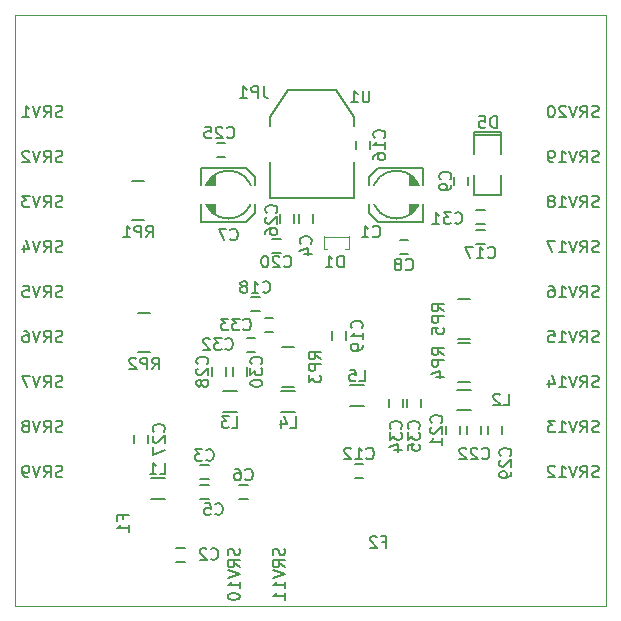
<source format=gbo>
G04 #@! TF.FileFunction,Legend,Bot*
%FSLAX46Y46*%
G04 Gerber Fmt 4.6, Leading zero omitted, Abs format (unit mm)*
G04 Created by KiCad (PCBNEW 4.0.2-stable) date 22/09/2016 0:52:13*
%MOMM*%
G01*
G04 APERTURE LIST*
%ADD10C,0.100000*%
%ADD11C,0.150000*%
%ADD12C,0.080000*%
%ADD13R,2.600960X1.600200*%
%ADD14R,0.800000X0.750000*%
%ADD15R,0.750000X0.800000*%
%ADD16R,1.350000X1.350000*%
%ADD17C,1.350000*%
%ADD18R,2.540000X2.670000*%
%ADD19R,1.270000X0.762000*%
%ADD20R,2.032000X1.524000*%
%ADD21R,1.500000X3.200000*%
%ADD22R,3.200000X1.500000*%
%ADD23R,2.029460X1.651000*%
%ADD24R,1.500000X1.300000*%
%ADD25R,1.727200X2.032000*%
%ADD26O,1.727200X2.032000*%
%ADD27R,2.032000X1.727200*%
%ADD28O,2.032000X1.727200*%
%ADD29R,2.000000X2.600000*%
%ADD30O,2.000000X2.600000*%
%ADD31R,2.235200X2.235200*%
%ADD32C,3.000000*%
%ADD33R,0.800000X0.500000*%
%ADD34R,0.800000X0.400000*%
%ADD35R,3.657600X2.032000*%
%ADD36R,1.016000X2.032000*%
%ADD37C,1.000760*%
%ADD38C,3.200000*%
G04 APERTURE END LIST*
D10*
X0Y50000000D02*
X0Y0D01*
X50000000Y50000000D02*
X0Y50000000D01*
X50000000Y0D02*
X50000000Y50000000D01*
X0Y0D02*
X50000000Y0D01*
D11*
X30607000Y34798000D02*
X31369000Y34798000D01*
X30988000Y35179000D02*
X30988000Y34417000D01*
X30734000Y32512000D02*
X34544000Y32512000D01*
X29972000Y36322000D02*
X29972000Y33274000D01*
X30734000Y32512000D02*
X29972000Y33274000D01*
X30734000Y37084000D02*
X34544000Y37084000D01*
X30734000Y37084000D02*
X29972000Y36322000D01*
X34290000Y34671000D02*
X34290000Y34925000D01*
X34163000Y35433000D02*
X34163000Y34163000D01*
X34036000Y33909000D02*
X34036000Y35687000D01*
X33909000Y33655000D02*
X33909000Y35941000D01*
X33782000Y36068000D02*
X33782000Y33528000D01*
X33655000Y33401000D02*
X33655000Y36195000D01*
X33528000Y36322000D02*
X33528000Y33274000D01*
X33401000Y36449000D02*
X33401000Y33147000D01*
X34544000Y37084000D02*
X34544000Y32512000D01*
X34290000Y34798000D02*
G75*
G03X34290000Y34798000I-2032000J0D01*
G01*
X14320000Y4918000D02*
X13620000Y4918000D01*
X13620000Y3718000D02*
X14320000Y3718000D01*
X16352000Y11903000D02*
X15652000Y11903000D01*
X15652000Y10703000D02*
X16352000Y10703000D01*
X25238000Y32416000D02*
X25238000Y33116000D01*
X24038000Y33116000D02*
X24038000Y32416000D01*
X16352000Y10252000D02*
X15652000Y10252000D01*
X15652000Y9052000D02*
X16352000Y9052000D01*
X18954000Y9052000D02*
X19654000Y9052000D01*
X19654000Y10252000D02*
X18954000Y10252000D01*
X19685000Y34798000D02*
X18923000Y34798000D01*
X19304000Y34417000D02*
X19304000Y35179000D01*
X19558000Y37084000D02*
X15748000Y37084000D01*
X20320000Y33274000D02*
X20320000Y36322000D01*
X19558000Y37084000D02*
X20320000Y36322000D01*
X19558000Y32512000D02*
X15748000Y32512000D01*
X19558000Y32512000D02*
X20320000Y33274000D01*
X16002000Y34925000D02*
X16002000Y34671000D01*
X16129000Y34163000D02*
X16129000Y35433000D01*
X16256000Y35687000D02*
X16256000Y33909000D01*
X16383000Y35941000D02*
X16383000Y33655000D01*
X16510000Y33528000D02*
X16510000Y36068000D01*
X16637000Y36195000D02*
X16637000Y33401000D01*
X16764000Y33274000D02*
X16764000Y36322000D01*
X16891000Y33147000D02*
X16891000Y36449000D01*
X15748000Y32512000D02*
X15748000Y37084000D01*
X20066000Y34798000D02*
G75*
G03X20066000Y34798000I-2032000J0D01*
G01*
X33243000Y30953000D02*
X32543000Y30953000D01*
X32543000Y29753000D02*
X33243000Y29753000D01*
X37119000Y36291000D02*
X37119000Y35591000D01*
X38319000Y35591000D02*
X38319000Y36291000D01*
X29433000Y12030000D02*
X28733000Y12030000D01*
X28733000Y10830000D02*
X29433000Y10830000D01*
X30064000Y38639000D02*
X30064000Y39339000D01*
X28864000Y39339000D02*
X28864000Y38639000D01*
X39020000Y30642000D02*
X39720000Y30642000D01*
X39720000Y31842000D02*
X39020000Y31842000D01*
X20670000Y26127000D02*
X19970000Y26127000D01*
X19970000Y24927000D02*
X20670000Y24927000D01*
X28032000Y22510000D02*
X28032000Y23210000D01*
X26832000Y23210000D02*
X26832000Y22510000D01*
X22448000Y31080000D02*
X21748000Y31080000D01*
X21748000Y29880000D02*
X22448000Y29880000D01*
X36484000Y15209000D02*
X36484000Y14509000D01*
X37684000Y14509000D02*
X37684000Y15209000D01*
X38262000Y15209000D02*
X38262000Y14509000D01*
X39462000Y14509000D02*
X39462000Y15209000D01*
X17749000Y39208000D02*
X17049000Y39208000D01*
X17049000Y38008000D02*
X17749000Y38008000D01*
X23587000Y32416000D02*
X23587000Y33116000D01*
X22387000Y33116000D02*
X22387000Y32416000D01*
X11268000Y13747000D02*
X11268000Y14447000D01*
X10068000Y14447000D02*
X10068000Y13747000D01*
X16672000Y20162000D02*
X16672000Y19462000D01*
X17872000Y19462000D02*
X17872000Y20162000D01*
X40040000Y15209000D02*
X40040000Y14509000D01*
X41240000Y14509000D02*
X41240000Y15209000D01*
X18450000Y20162000D02*
X18450000Y19462000D01*
X19650000Y19462000D02*
X19650000Y20162000D01*
X39020000Y32293000D02*
X39720000Y32293000D01*
X39720000Y33493000D02*
X39020000Y33493000D01*
X20289000Y22698000D02*
X19589000Y22698000D01*
X19589000Y21498000D02*
X20289000Y21498000D01*
X21113000Y23149000D02*
X21813000Y23149000D01*
X21813000Y24349000D02*
X21113000Y24349000D01*
X32858000Y16795000D02*
X32858000Y17495000D01*
X31658000Y17495000D02*
X31658000Y16795000D01*
X34382000Y16795000D02*
X34382000Y17495000D01*
X33182000Y17495000D02*
X33182000Y16795000D01*
D12*
X26098500Y31305500D02*
X26098500Y30226000D01*
X28257500Y31305500D02*
X28257500Y30226000D01*
X28257500Y30226000D02*
X27940000Y30226000D01*
X26098500Y31242000D02*
X28257500Y31242000D01*
X26098500Y30226000D02*
X26416000Y30226000D01*
D11*
X38862000Y39878000D02*
X38862000Y40132000D01*
X38862000Y40132000D02*
X41148000Y40132000D01*
X41148000Y40132000D02*
X41148000Y39878000D01*
X38862000Y39878000D02*
X41148000Y39878000D01*
X41148000Y39878000D02*
X41148000Y38227000D01*
X38862000Y36449000D02*
X38862000Y34798000D01*
X38862000Y34798000D02*
X41148000Y34798000D01*
X41148000Y34798000D02*
X41148000Y36449000D01*
X38862000Y38227000D02*
X38862000Y39878000D01*
X12665000Y10781000D02*
X11465000Y10781000D01*
X11465000Y9031000D02*
X12665000Y9031000D01*
X37373000Y16524000D02*
X38573000Y16524000D01*
X38573000Y18274000D02*
X37373000Y18274000D01*
X17561000Y16397000D02*
X18761000Y16397000D01*
X18761000Y18147000D02*
X17561000Y18147000D01*
X22514000Y16397000D02*
X23714000Y16397000D01*
X23714000Y18147000D02*
X22514000Y18147000D01*
X29556000Y18655000D02*
X28356000Y18655000D01*
X28356000Y16905000D02*
X29556000Y16905000D01*
X10914000Y35965000D02*
X9914000Y35965000D01*
X10914000Y32615000D02*
X9914000Y32615000D01*
X11422000Y24789000D02*
X10422000Y24789000D01*
X11422000Y21439000D02*
X10422000Y21439000D01*
X23614000Y21868000D02*
X22614000Y21868000D01*
X23614000Y18518000D02*
X22614000Y18518000D01*
X37473000Y18899000D02*
X38473000Y18899000D01*
X37473000Y22249000D02*
X38473000Y22249000D01*
X37473000Y22582000D02*
X38473000Y22582000D01*
X37473000Y25932000D02*
X38473000Y25932000D01*
X28702000Y37592000D02*
X28702000Y34544000D01*
X28702000Y34544000D02*
X21590000Y34544000D01*
X21590000Y34544000D02*
X21590000Y37592000D01*
X28702000Y40640000D02*
X28702000Y41402000D01*
X28702000Y41402000D02*
X27178000Y43688000D01*
X27178000Y43688000D02*
X23114000Y43688000D01*
X23114000Y43688000D02*
X21590000Y41402000D01*
X21590000Y41402000D02*
X21590000Y40640000D01*
X30265666Y31265857D02*
X30313285Y31218238D01*
X30456142Y31170619D01*
X30551380Y31170619D01*
X30694238Y31218238D01*
X30789476Y31313476D01*
X30837095Y31408714D01*
X30884714Y31599190D01*
X30884714Y31742048D01*
X30837095Y31932524D01*
X30789476Y32027762D01*
X30694238Y32123000D01*
X30551380Y32170619D01*
X30456142Y32170619D01*
X30313285Y32123000D01*
X30265666Y32075381D01*
X29313285Y31170619D02*
X29884714Y31170619D01*
X29599000Y31170619D02*
X29599000Y32170619D01*
X29694238Y32027762D01*
X29789476Y31932524D01*
X29884714Y31884905D01*
X16549666Y3960857D02*
X16597285Y3913238D01*
X16740142Y3865619D01*
X16835380Y3865619D01*
X16978238Y3913238D01*
X17073476Y4008476D01*
X17121095Y4103714D01*
X17168714Y4294190D01*
X17168714Y4437048D01*
X17121095Y4627524D01*
X17073476Y4722762D01*
X16978238Y4818000D01*
X16835380Y4865619D01*
X16740142Y4865619D01*
X16597285Y4818000D01*
X16549666Y4770381D01*
X16168714Y4770381D02*
X16121095Y4818000D01*
X16025857Y4865619D01*
X15787761Y4865619D01*
X15692523Y4818000D01*
X15644904Y4770381D01*
X15597285Y4675143D01*
X15597285Y4579905D01*
X15644904Y4437048D01*
X16216333Y3865619D01*
X15597285Y3865619D01*
X16168666Y12342857D02*
X16216285Y12295238D01*
X16359142Y12247619D01*
X16454380Y12247619D01*
X16597238Y12295238D01*
X16692476Y12390476D01*
X16740095Y12485714D01*
X16787714Y12676190D01*
X16787714Y12819048D01*
X16740095Y13009524D01*
X16692476Y13104762D01*
X16597238Y13200000D01*
X16454380Y13247619D01*
X16359142Y13247619D01*
X16216285Y13200000D01*
X16168666Y13152381D01*
X15835333Y13247619D02*
X15216285Y13247619D01*
X15549619Y12866667D01*
X15406761Y12866667D01*
X15311523Y12819048D01*
X15263904Y12771429D01*
X15216285Y12676190D01*
X15216285Y12438095D01*
X15263904Y12342857D01*
X15311523Y12295238D01*
X15406761Y12247619D01*
X15692476Y12247619D01*
X15787714Y12295238D01*
X15835333Y12342857D01*
X24995143Y30646666D02*
X25042762Y30694285D01*
X25090381Y30837142D01*
X25090381Y30932380D01*
X25042762Y31075238D01*
X24947524Y31170476D01*
X24852286Y31218095D01*
X24661810Y31265714D01*
X24518952Y31265714D01*
X24328476Y31218095D01*
X24233238Y31170476D01*
X24138000Y31075238D01*
X24090381Y30932380D01*
X24090381Y30837142D01*
X24138000Y30694285D01*
X24185619Y30646666D01*
X24423714Y29789523D02*
X25090381Y29789523D01*
X24042762Y30027619D02*
X24757048Y30265714D01*
X24757048Y29646666D01*
X16930666Y7770857D02*
X16978285Y7723238D01*
X17121142Y7675619D01*
X17216380Y7675619D01*
X17359238Y7723238D01*
X17454476Y7818476D01*
X17502095Y7913714D01*
X17549714Y8104190D01*
X17549714Y8247048D01*
X17502095Y8437524D01*
X17454476Y8532762D01*
X17359238Y8628000D01*
X17216380Y8675619D01*
X17121142Y8675619D01*
X16978285Y8628000D01*
X16930666Y8580381D01*
X16025904Y8675619D02*
X16502095Y8675619D01*
X16549714Y8199429D01*
X16502095Y8247048D01*
X16406857Y8294667D01*
X16168761Y8294667D01*
X16073523Y8247048D01*
X16025904Y8199429D01*
X15978285Y8104190D01*
X15978285Y7866095D01*
X16025904Y7770857D01*
X16073523Y7723238D01*
X16168761Y7675619D01*
X16406857Y7675619D01*
X16502095Y7723238D01*
X16549714Y7770857D01*
X19470666Y10691857D02*
X19518285Y10644238D01*
X19661142Y10596619D01*
X19756380Y10596619D01*
X19899238Y10644238D01*
X19994476Y10739476D01*
X20042095Y10834714D01*
X20089714Y11025190D01*
X20089714Y11168048D01*
X20042095Y11358524D01*
X19994476Y11453762D01*
X19899238Y11549000D01*
X19756380Y11596619D01*
X19661142Y11596619D01*
X19518285Y11549000D01*
X19470666Y11501381D01*
X18613523Y11596619D02*
X18804000Y11596619D01*
X18899238Y11549000D01*
X18946857Y11501381D01*
X19042095Y11358524D01*
X19089714Y11168048D01*
X19089714Y10787095D01*
X19042095Y10691857D01*
X18994476Y10644238D01*
X18899238Y10596619D01*
X18708761Y10596619D01*
X18613523Y10644238D01*
X18565904Y10691857D01*
X18518285Y10787095D01*
X18518285Y11025190D01*
X18565904Y11120429D01*
X18613523Y11168048D01*
X18708761Y11215667D01*
X18899238Y11215667D01*
X18994476Y11168048D01*
X19042095Y11120429D01*
X19089714Y11025190D01*
X18200666Y31011857D02*
X18248285Y30964238D01*
X18391142Y30916619D01*
X18486380Y30916619D01*
X18629238Y30964238D01*
X18724476Y31059476D01*
X18772095Y31154714D01*
X18819714Y31345190D01*
X18819714Y31488048D01*
X18772095Y31678524D01*
X18724476Y31773762D01*
X18629238Y31869000D01*
X18486380Y31916619D01*
X18391142Y31916619D01*
X18248285Y31869000D01*
X18200666Y31821381D01*
X17867333Y31916619D02*
X17200666Y31916619D01*
X17629238Y30916619D01*
X33059666Y28471857D02*
X33107285Y28424238D01*
X33250142Y28376619D01*
X33345380Y28376619D01*
X33488238Y28424238D01*
X33583476Y28519476D01*
X33631095Y28614714D01*
X33678714Y28805190D01*
X33678714Y28948048D01*
X33631095Y29138524D01*
X33583476Y29233762D01*
X33488238Y29329000D01*
X33345380Y29376619D01*
X33250142Y29376619D01*
X33107285Y29329000D01*
X33059666Y29281381D01*
X32488238Y28948048D02*
X32583476Y28995667D01*
X32631095Y29043286D01*
X32678714Y29138524D01*
X32678714Y29186143D01*
X32631095Y29281381D01*
X32583476Y29329000D01*
X32488238Y29376619D01*
X32297761Y29376619D01*
X32202523Y29329000D01*
X32154904Y29281381D01*
X32107285Y29186143D01*
X32107285Y29138524D01*
X32154904Y29043286D01*
X32202523Y28995667D01*
X32297761Y28948048D01*
X32488238Y28948048D01*
X32583476Y28900429D01*
X32631095Y28852810D01*
X32678714Y28757571D01*
X32678714Y28567095D01*
X32631095Y28471857D01*
X32583476Y28424238D01*
X32488238Y28376619D01*
X32297761Y28376619D01*
X32202523Y28424238D01*
X32154904Y28471857D01*
X32107285Y28567095D01*
X32107285Y28757571D01*
X32154904Y28852810D01*
X32202523Y28900429D01*
X32297761Y28948048D01*
X36806143Y36107666D02*
X36853762Y36155285D01*
X36901381Y36298142D01*
X36901381Y36393380D01*
X36853762Y36536238D01*
X36758524Y36631476D01*
X36663286Y36679095D01*
X36472810Y36726714D01*
X36329952Y36726714D01*
X36139476Y36679095D01*
X36044238Y36631476D01*
X35949000Y36536238D01*
X35901381Y36393380D01*
X35901381Y36298142D01*
X35949000Y36155285D01*
X35996619Y36107666D01*
X36901381Y35631476D02*
X36901381Y35441000D01*
X36853762Y35345761D01*
X36806143Y35298142D01*
X36663286Y35202904D01*
X36472810Y35155285D01*
X36091857Y35155285D01*
X35996619Y35202904D01*
X35949000Y35250523D01*
X35901381Y35345761D01*
X35901381Y35536238D01*
X35949000Y35631476D01*
X35996619Y35679095D01*
X36091857Y35726714D01*
X36329952Y35726714D01*
X36425190Y35679095D01*
X36472810Y35631476D01*
X36520429Y35536238D01*
X36520429Y35345761D01*
X36472810Y35250523D01*
X36425190Y35202904D01*
X36329952Y35155285D01*
X29725857Y12469857D02*
X29773476Y12422238D01*
X29916333Y12374619D01*
X30011571Y12374619D01*
X30154429Y12422238D01*
X30249667Y12517476D01*
X30297286Y12612714D01*
X30344905Y12803190D01*
X30344905Y12946048D01*
X30297286Y13136524D01*
X30249667Y13231762D01*
X30154429Y13327000D01*
X30011571Y13374619D01*
X29916333Y13374619D01*
X29773476Y13327000D01*
X29725857Y13279381D01*
X28773476Y12374619D02*
X29344905Y12374619D01*
X29059191Y12374619D02*
X29059191Y13374619D01*
X29154429Y13231762D01*
X29249667Y13136524D01*
X29344905Y13088905D01*
X28392524Y13279381D02*
X28344905Y13327000D01*
X28249667Y13374619D01*
X28011571Y13374619D01*
X27916333Y13327000D01*
X27868714Y13279381D01*
X27821095Y13184143D01*
X27821095Y13088905D01*
X27868714Y12946048D01*
X28440143Y12374619D01*
X27821095Y12374619D01*
X31218143Y39631857D02*
X31265762Y39679476D01*
X31313381Y39822333D01*
X31313381Y39917571D01*
X31265762Y40060429D01*
X31170524Y40155667D01*
X31075286Y40203286D01*
X30884810Y40250905D01*
X30741952Y40250905D01*
X30551476Y40203286D01*
X30456238Y40155667D01*
X30361000Y40060429D01*
X30313381Y39917571D01*
X30313381Y39822333D01*
X30361000Y39679476D01*
X30408619Y39631857D01*
X31313381Y38679476D02*
X31313381Y39250905D01*
X31313381Y38965191D02*
X30313381Y38965191D01*
X30456238Y39060429D01*
X30551476Y39155667D01*
X30599095Y39250905D01*
X30313381Y37822333D02*
X30313381Y38012810D01*
X30361000Y38108048D01*
X30408619Y38155667D01*
X30551476Y38250905D01*
X30741952Y38298524D01*
X31122905Y38298524D01*
X31218143Y38250905D01*
X31265762Y38203286D01*
X31313381Y38108048D01*
X31313381Y37917571D01*
X31265762Y37822333D01*
X31218143Y37774714D01*
X31122905Y37727095D01*
X30884810Y37727095D01*
X30789571Y37774714D01*
X30741952Y37822333D01*
X30694333Y37917571D01*
X30694333Y38108048D01*
X30741952Y38203286D01*
X30789571Y38250905D01*
X30884810Y38298524D01*
X40012857Y29487857D02*
X40060476Y29440238D01*
X40203333Y29392619D01*
X40298571Y29392619D01*
X40441429Y29440238D01*
X40536667Y29535476D01*
X40584286Y29630714D01*
X40631905Y29821190D01*
X40631905Y29964048D01*
X40584286Y30154524D01*
X40536667Y30249762D01*
X40441429Y30345000D01*
X40298571Y30392619D01*
X40203333Y30392619D01*
X40060476Y30345000D01*
X40012857Y30297381D01*
X39060476Y29392619D02*
X39631905Y29392619D01*
X39346191Y29392619D02*
X39346191Y30392619D01*
X39441429Y30249762D01*
X39536667Y30154524D01*
X39631905Y30106905D01*
X38727143Y30392619D02*
X38060476Y30392619D01*
X38489048Y29392619D01*
X20962857Y26566857D02*
X21010476Y26519238D01*
X21153333Y26471619D01*
X21248571Y26471619D01*
X21391429Y26519238D01*
X21486667Y26614476D01*
X21534286Y26709714D01*
X21581905Y26900190D01*
X21581905Y27043048D01*
X21534286Y27233524D01*
X21486667Y27328762D01*
X21391429Y27424000D01*
X21248571Y27471619D01*
X21153333Y27471619D01*
X21010476Y27424000D01*
X20962857Y27376381D01*
X20010476Y26471619D02*
X20581905Y26471619D01*
X20296191Y26471619D02*
X20296191Y27471619D01*
X20391429Y27328762D01*
X20486667Y27233524D01*
X20581905Y27185905D01*
X19439048Y27043048D02*
X19534286Y27090667D01*
X19581905Y27138286D01*
X19629524Y27233524D01*
X19629524Y27281143D01*
X19581905Y27376381D01*
X19534286Y27424000D01*
X19439048Y27471619D01*
X19248571Y27471619D01*
X19153333Y27424000D01*
X19105714Y27376381D01*
X19058095Y27281143D01*
X19058095Y27233524D01*
X19105714Y27138286D01*
X19153333Y27090667D01*
X19248571Y27043048D01*
X19439048Y27043048D01*
X19534286Y26995429D01*
X19581905Y26947810D01*
X19629524Y26852571D01*
X19629524Y26662095D01*
X19581905Y26566857D01*
X19534286Y26519238D01*
X19439048Y26471619D01*
X19248571Y26471619D01*
X19153333Y26519238D01*
X19105714Y26566857D01*
X19058095Y26662095D01*
X19058095Y26852571D01*
X19105714Y26947810D01*
X19153333Y26995429D01*
X19248571Y27043048D01*
X29313143Y23502857D02*
X29360762Y23550476D01*
X29408381Y23693333D01*
X29408381Y23788571D01*
X29360762Y23931429D01*
X29265524Y24026667D01*
X29170286Y24074286D01*
X28979810Y24121905D01*
X28836952Y24121905D01*
X28646476Y24074286D01*
X28551238Y24026667D01*
X28456000Y23931429D01*
X28408381Y23788571D01*
X28408381Y23693333D01*
X28456000Y23550476D01*
X28503619Y23502857D01*
X29408381Y22550476D02*
X29408381Y23121905D01*
X29408381Y22836191D02*
X28408381Y22836191D01*
X28551238Y22931429D01*
X28646476Y23026667D01*
X28694095Y23121905D01*
X29408381Y22074286D02*
X29408381Y21883810D01*
X29360762Y21788571D01*
X29313143Y21740952D01*
X29170286Y21645714D01*
X28979810Y21598095D01*
X28598857Y21598095D01*
X28503619Y21645714D01*
X28456000Y21693333D01*
X28408381Y21788571D01*
X28408381Y21979048D01*
X28456000Y22074286D01*
X28503619Y22121905D01*
X28598857Y22169524D01*
X28836952Y22169524D01*
X28932190Y22121905D01*
X28979810Y22074286D01*
X29027429Y21979048D01*
X29027429Y21788571D01*
X28979810Y21693333D01*
X28932190Y21645714D01*
X28836952Y21598095D01*
X22740857Y28725857D02*
X22788476Y28678238D01*
X22931333Y28630619D01*
X23026571Y28630619D01*
X23169429Y28678238D01*
X23264667Y28773476D01*
X23312286Y28868714D01*
X23359905Y29059190D01*
X23359905Y29202048D01*
X23312286Y29392524D01*
X23264667Y29487762D01*
X23169429Y29583000D01*
X23026571Y29630619D01*
X22931333Y29630619D01*
X22788476Y29583000D01*
X22740857Y29535381D01*
X22359905Y29535381D02*
X22312286Y29583000D01*
X22217048Y29630619D01*
X21978952Y29630619D01*
X21883714Y29583000D01*
X21836095Y29535381D01*
X21788476Y29440143D01*
X21788476Y29344905D01*
X21836095Y29202048D01*
X22407524Y28630619D01*
X21788476Y28630619D01*
X21169429Y29630619D02*
X21074190Y29630619D01*
X20978952Y29583000D01*
X20931333Y29535381D01*
X20883714Y29440143D01*
X20836095Y29249667D01*
X20836095Y29011571D01*
X20883714Y28821095D01*
X20931333Y28725857D01*
X20978952Y28678238D01*
X21074190Y28630619D01*
X21169429Y28630619D01*
X21264667Y28678238D01*
X21312286Y28725857D01*
X21359905Y28821095D01*
X21407524Y29011571D01*
X21407524Y29249667D01*
X21359905Y29440143D01*
X21312286Y29535381D01*
X21264667Y29583000D01*
X21169429Y29630619D01*
X36044143Y15501857D02*
X36091762Y15549476D01*
X36139381Y15692333D01*
X36139381Y15787571D01*
X36091762Y15930429D01*
X35996524Y16025667D01*
X35901286Y16073286D01*
X35710810Y16120905D01*
X35567952Y16120905D01*
X35377476Y16073286D01*
X35282238Y16025667D01*
X35187000Y15930429D01*
X35139381Y15787571D01*
X35139381Y15692333D01*
X35187000Y15549476D01*
X35234619Y15501857D01*
X35234619Y15120905D02*
X35187000Y15073286D01*
X35139381Y14978048D01*
X35139381Y14739952D01*
X35187000Y14644714D01*
X35234619Y14597095D01*
X35329857Y14549476D01*
X35425095Y14549476D01*
X35567952Y14597095D01*
X36139381Y15168524D01*
X36139381Y14549476D01*
X36139381Y13597095D02*
X36139381Y14168524D01*
X36139381Y13882810D02*
X35139381Y13882810D01*
X35282238Y13978048D01*
X35377476Y14073286D01*
X35425095Y14168524D01*
X39504857Y12469857D02*
X39552476Y12422238D01*
X39695333Y12374619D01*
X39790571Y12374619D01*
X39933429Y12422238D01*
X40028667Y12517476D01*
X40076286Y12612714D01*
X40123905Y12803190D01*
X40123905Y12946048D01*
X40076286Y13136524D01*
X40028667Y13231762D01*
X39933429Y13327000D01*
X39790571Y13374619D01*
X39695333Y13374619D01*
X39552476Y13327000D01*
X39504857Y13279381D01*
X39123905Y13279381D02*
X39076286Y13327000D01*
X38981048Y13374619D01*
X38742952Y13374619D01*
X38647714Y13327000D01*
X38600095Y13279381D01*
X38552476Y13184143D01*
X38552476Y13088905D01*
X38600095Y12946048D01*
X39171524Y12374619D01*
X38552476Y12374619D01*
X38171524Y13279381D02*
X38123905Y13327000D01*
X38028667Y13374619D01*
X37790571Y13374619D01*
X37695333Y13327000D01*
X37647714Y13279381D01*
X37600095Y13184143D01*
X37600095Y13088905D01*
X37647714Y12946048D01*
X38219143Y12374619D01*
X37600095Y12374619D01*
X17914857Y39647857D02*
X17962476Y39600238D01*
X18105333Y39552619D01*
X18200571Y39552619D01*
X18343429Y39600238D01*
X18438667Y39695476D01*
X18486286Y39790714D01*
X18533905Y39981190D01*
X18533905Y40124048D01*
X18486286Y40314524D01*
X18438667Y40409762D01*
X18343429Y40505000D01*
X18200571Y40552619D01*
X18105333Y40552619D01*
X17962476Y40505000D01*
X17914857Y40457381D01*
X17533905Y40457381D02*
X17486286Y40505000D01*
X17391048Y40552619D01*
X17152952Y40552619D01*
X17057714Y40505000D01*
X17010095Y40457381D01*
X16962476Y40362143D01*
X16962476Y40266905D01*
X17010095Y40124048D01*
X17581524Y39552619D01*
X16962476Y39552619D01*
X16057714Y40552619D02*
X16533905Y40552619D01*
X16581524Y40076429D01*
X16533905Y40124048D01*
X16438667Y40171667D01*
X16200571Y40171667D01*
X16105333Y40124048D01*
X16057714Y40076429D01*
X16010095Y39981190D01*
X16010095Y39743095D01*
X16057714Y39647857D01*
X16105333Y39600238D01*
X16200571Y39552619D01*
X16438667Y39552619D01*
X16533905Y39600238D01*
X16581524Y39647857D01*
X22074143Y33281857D02*
X22121762Y33329476D01*
X22169381Y33472333D01*
X22169381Y33567571D01*
X22121762Y33710429D01*
X22026524Y33805667D01*
X21931286Y33853286D01*
X21740810Y33900905D01*
X21597952Y33900905D01*
X21407476Y33853286D01*
X21312238Y33805667D01*
X21217000Y33710429D01*
X21169381Y33567571D01*
X21169381Y33472333D01*
X21217000Y33329476D01*
X21264619Y33281857D01*
X21264619Y32900905D02*
X21217000Y32853286D01*
X21169381Y32758048D01*
X21169381Y32519952D01*
X21217000Y32424714D01*
X21264619Y32377095D01*
X21359857Y32329476D01*
X21455095Y32329476D01*
X21597952Y32377095D01*
X22169381Y32948524D01*
X22169381Y32329476D01*
X21169381Y31472333D02*
X21169381Y31662810D01*
X21217000Y31758048D01*
X21264619Y31805667D01*
X21407476Y31900905D01*
X21597952Y31948524D01*
X21978905Y31948524D01*
X22074143Y31900905D01*
X22121762Y31853286D01*
X22169381Y31758048D01*
X22169381Y31567571D01*
X22121762Y31472333D01*
X22074143Y31424714D01*
X21978905Y31377095D01*
X21740810Y31377095D01*
X21645571Y31424714D01*
X21597952Y31472333D01*
X21550333Y31567571D01*
X21550333Y31758048D01*
X21597952Y31853286D01*
X21645571Y31900905D01*
X21740810Y31948524D01*
X12549143Y14739857D02*
X12596762Y14787476D01*
X12644381Y14930333D01*
X12644381Y15025571D01*
X12596762Y15168429D01*
X12501524Y15263667D01*
X12406286Y15311286D01*
X12215810Y15358905D01*
X12072952Y15358905D01*
X11882476Y15311286D01*
X11787238Y15263667D01*
X11692000Y15168429D01*
X11644381Y15025571D01*
X11644381Y14930333D01*
X11692000Y14787476D01*
X11739619Y14739857D01*
X11739619Y14358905D02*
X11692000Y14311286D01*
X11644381Y14216048D01*
X11644381Y13977952D01*
X11692000Y13882714D01*
X11739619Y13835095D01*
X11834857Y13787476D01*
X11930095Y13787476D01*
X12072952Y13835095D01*
X12644381Y14406524D01*
X12644381Y13787476D01*
X11644381Y13454143D02*
X11644381Y12787476D01*
X12644381Y13216048D01*
X16232143Y20454857D02*
X16279762Y20502476D01*
X16327381Y20645333D01*
X16327381Y20740571D01*
X16279762Y20883429D01*
X16184524Y20978667D01*
X16089286Y21026286D01*
X15898810Y21073905D01*
X15755952Y21073905D01*
X15565476Y21026286D01*
X15470238Y20978667D01*
X15375000Y20883429D01*
X15327381Y20740571D01*
X15327381Y20645333D01*
X15375000Y20502476D01*
X15422619Y20454857D01*
X15422619Y20073905D02*
X15375000Y20026286D01*
X15327381Y19931048D01*
X15327381Y19692952D01*
X15375000Y19597714D01*
X15422619Y19550095D01*
X15517857Y19502476D01*
X15613095Y19502476D01*
X15755952Y19550095D01*
X16327381Y20121524D01*
X16327381Y19502476D01*
X15755952Y18931048D02*
X15708333Y19026286D01*
X15660714Y19073905D01*
X15565476Y19121524D01*
X15517857Y19121524D01*
X15422619Y19073905D01*
X15375000Y19026286D01*
X15327381Y18931048D01*
X15327381Y18740571D01*
X15375000Y18645333D01*
X15422619Y18597714D01*
X15517857Y18550095D01*
X15565476Y18550095D01*
X15660714Y18597714D01*
X15708333Y18645333D01*
X15755952Y18740571D01*
X15755952Y18931048D01*
X15803571Y19026286D01*
X15851190Y19073905D01*
X15946429Y19121524D01*
X16136905Y19121524D01*
X16232143Y19073905D01*
X16279762Y19026286D01*
X16327381Y18931048D01*
X16327381Y18740571D01*
X16279762Y18645333D01*
X16232143Y18597714D01*
X16136905Y18550095D01*
X15946429Y18550095D01*
X15851190Y18597714D01*
X15803571Y18645333D01*
X15755952Y18740571D01*
X41886143Y12707857D02*
X41933762Y12755476D01*
X41981381Y12898333D01*
X41981381Y12993571D01*
X41933762Y13136429D01*
X41838524Y13231667D01*
X41743286Y13279286D01*
X41552810Y13326905D01*
X41409952Y13326905D01*
X41219476Y13279286D01*
X41124238Y13231667D01*
X41029000Y13136429D01*
X40981381Y12993571D01*
X40981381Y12898333D01*
X41029000Y12755476D01*
X41076619Y12707857D01*
X41076619Y12326905D02*
X41029000Y12279286D01*
X40981381Y12184048D01*
X40981381Y11945952D01*
X41029000Y11850714D01*
X41076619Y11803095D01*
X41171857Y11755476D01*
X41267095Y11755476D01*
X41409952Y11803095D01*
X41981381Y12374524D01*
X41981381Y11755476D01*
X41981381Y11279286D02*
X41981381Y11088810D01*
X41933762Y10993571D01*
X41886143Y10945952D01*
X41743286Y10850714D01*
X41552810Y10803095D01*
X41171857Y10803095D01*
X41076619Y10850714D01*
X41029000Y10898333D01*
X40981381Y10993571D01*
X40981381Y11184048D01*
X41029000Y11279286D01*
X41076619Y11326905D01*
X41171857Y11374524D01*
X41409952Y11374524D01*
X41505190Y11326905D01*
X41552810Y11279286D01*
X41600429Y11184048D01*
X41600429Y10993571D01*
X41552810Y10898333D01*
X41505190Y10850714D01*
X41409952Y10803095D01*
X20804143Y20454857D02*
X20851762Y20502476D01*
X20899381Y20645333D01*
X20899381Y20740571D01*
X20851762Y20883429D01*
X20756524Y20978667D01*
X20661286Y21026286D01*
X20470810Y21073905D01*
X20327952Y21073905D01*
X20137476Y21026286D01*
X20042238Y20978667D01*
X19947000Y20883429D01*
X19899381Y20740571D01*
X19899381Y20645333D01*
X19947000Y20502476D01*
X19994619Y20454857D01*
X19899381Y20121524D02*
X19899381Y19502476D01*
X20280333Y19835810D01*
X20280333Y19692952D01*
X20327952Y19597714D01*
X20375571Y19550095D01*
X20470810Y19502476D01*
X20708905Y19502476D01*
X20804143Y19550095D01*
X20851762Y19597714D01*
X20899381Y19692952D01*
X20899381Y19978667D01*
X20851762Y20073905D01*
X20804143Y20121524D01*
X19899381Y18883429D02*
X19899381Y18788190D01*
X19947000Y18692952D01*
X19994619Y18645333D01*
X20089857Y18597714D01*
X20280333Y18550095D01*
X20518429Y18550095D01*
X20708905Y18597714D01*
X20804143Y18645333D01*
X20851762Y18692952D01*
X20899381Y18788190D01*
X20899381Y18883429D01*
X20851762Y18978667D01*
X20804143Y19026286D01*
X20708905Y19073905D01*
X20518429Y19121524D01*
X20280333Y19121524D01*
X20089857Y19073905D01*
X19994619Y19026286D01*
X19947000Y18978667D01*
X19899381Y18883429D01*
X37218857Y32408857D02*
X37266476Y32361238D01*
X37409333Y32313619D01*
X37504571Y32313619D01*
X37647429Y32361238D01*
X37742667Y32456476D01*
X37790286Y32551714D01*
X37837905Y32742190D01*
X37837905Y32885048D01*
X37790286Y33075524D01*
X37742667Y33170762D01*
X37647429Y33266000D01*
X37504571Y33313619D01*
X37409333Y33313619D01*
X37266476Y33266000D01*
X37218857Y33218381D01*
X36885524Y33313619D02*
X36266476Y33313619D01*
X36599810Y32932667D01*
X36456952Y32932667D01*
X36361714Y32885048D01*
X36314095Y32837429D01*
X36266476Y32742190D01*
X36266476Y32504095D01*
X36314095Y32408857D01*
X36361714Y32361238D01*
X36456952Y32313619D01*
X36742667Y32313619D01*
X36837905Y32361238D01*
X36885524Y32408857D01*
X35314095Y32313619D02*
X35885524Y32313619D01*
X35599810Y32313619D02*
X35599810Y33313619D01*
X35695048Y33170762D01*
X35790286Y33075524D01*
X35885524Y33027905D01*
X17787857Y21740857D02*
X17835476Y21693238D01*
X17978333Y21645619D01*
X18073571Y21645619D01*
X18216429Y21693238D01*
X18311667Y21788476D01*
X18359286Y21883714D01*
X18406905Y22074190D01*
X18406905Y22217048D01*
X18359286Y22407524D01*
X18311667Y22502762D01*
X18216429Y22598000D01*
X18073571Y22645619D01*
X17978333Y22645619D01*
X17835476Y22598000D01*
X17787857Y22550381D01*
X17454524Y22645619D02*
X16835476Y22645619D01*
X17168810Y22264667D01*
X17025952Y22264667D01*
X16930714Y22217048D01*
X16883095Y22169429D01*
X16835476Y22074190D01*
X16835476Y21836095D01*
X16883095Y21740857D01*
X16930714Y21693238D01*
X17025952Y21645619D01*
X17311667Y21645619D01*
X17406905Y21693238D01*
X17454524Y21740857D01*
X16454524Y22550381D02*
X16406905Y22598000D01*
X16311667Y22645619D01*
X16073571Y22645619D01*
X15978333Y22598000D01*
X15930714Y22550381D01*
X15883095Y22455143D01*
X15883095Y22359905D01*
X15930714Y22217048D01*
X16502143Y21645619D01*
X15883095Y21645619D01*
X19311857Y23391857D02*
X19359476Y23344238D01*
X19502333Y23296619D01*
X19597571Y23296619D01*
X19740429Y23344238D01*
X19835667Y23439476D01*
X19883286Y23534714D01*
X19930905Y23725190D01*
X19930905Y23868048D01*
X19883286Y24058524D01*
X19835667Y24153762D01*
X19740429Y24249000D01*
X19597571Y24296619D01*
X19502333Y24296619D01*
X19359476Y24249000D01*
X19311857Y24201381D01*
X18978524Y24296619D02*
X18359476Y24296619D01*
X18692810Y23915667D01*
X18549952Y23915667D01*
X18454714Y23868048D01*
X18407095Y23820429D01*
X18359476Y23725190D01*
X18359476Y23487095D01*
X18407095Y23391857D01*
X18454714Y23344238D01*
X18549952Y23296619D01*
X18835667Y23296619D01*
X18930905Y23344238D01*
X18978524Y23391857D01*
X18026143Y24296619D02*
X17407095Y24296619D01*
X17740429Y23915667D01*
X17597571Y23915667D01*
X17502333Y23868048D01*
X17454714Y23820429D01*
X17407095Y23725190D01*
X17407095Y23487095D01*
X17454714Y23391857D01*
X17502333Y23344238D01*
X17597571Y23296619D01*
X17883286Y23296619D01*
X17978524Y23344238D01*
X18026143Y23391857D01*
X32615143Y14993857D02*
X32662762Y15041476D01*
X32710381Y15184333D01*
X32710381Y15279571D01*
X32662762Y15422429D01*
X32567524Y15517667D01*
X32472286Y15565286D01*
X32281810Y15612905D01*
X32138952Y15612905D01*
X31948476Y15565286D01*
X31853238Y15517667D01*
X31758000Y15422429D01*
X31710381Y15279571D01*
X31710381Y15184333D01*
X31758000Y15041476D01*
X31805619Y14993857D01*
X31710381Y14660524D02*
X31710381Y14041476D01*
X32091333Y14374810D01*
X32091333Y14231952D01*
X32138952Y14136714D01*
X32186571Y14089095D01*
X32281810Y14041476D01*
X32519905Y14041476D01*
X32615143Y14089095D01*
X32662762Y14136714D01*
X32710381Y14231952D01*
X32710381Y14517667D01*
X32662762Y14612905D01*
X32615143Y14660524D01*
X32043714Y13184333D02*
X32710381Y13184333D01*
X31662762Y13422429D02*
X32377048Y13660524D01*
X32377048Y13041476D01*
X34139143Y14993857D02*
X34186762Y15041476D01*
X34234381Y15184333D01*
X34234381Y15279571D01*
X34186762Y15422429D01*
X34091524Y15517667D01*
X33996286Y15565286D01*
X33805810Y15612905D01*
X33662952Y15612905D01*
X33472476Y15565286D01*
X33377238Y15517667D01*
X33282000Y15422429D01*
X33234381Y15279571D01*
X33234381Y15184333D01*
X33282000Y15041476D01*
X33329619Y14993857D01*
X33234381Y14660524D02*
X33234381Y14041476D01*
X33615333Y14374810D01*
X33615333Y14231952D01*
X33662952Y14136714D01*
X33710571Y14089095D01*
X33805810Y14041476D01*
X34043905Y14041476D01*
X34139143Y14089095D01*
X34186762Y14136714D01*
X34234381Y14231952D01*
X34234381Y14517667D01*
X34186762Y14612905D01*
X34139143Y14660524D01*
X33234381Y13136714D02*
X33234381Y13612905D01*
X33710571Y13660524D01*
X33662952Y13612905D01*
X33615333Y13517667D01*
X33615333Y13279571D01*
X33662952Y13184333D01*
X33710571Y13136714D01*
X33805810Y13089095D01*
X34043905Y13089095D01*
X34139143Y13136714D01*
X34186762Y13184333D01*
X34234381Y13279571D01*
X34234381Y13517667D01*
X34186762Y13612905D01*
X34139143Y13660524D01*
X27789095Y28630619D02*
X27789095Y29630619D01*
X27551000Y29630619D01*
X27408142Y29583000D01*
X27312904Y29487762D01*
X27265285Y29392524D01*
X27217666Y29202048D01*
X27217666Y29059190D01*
X27265285Y28868714D01*
X27312904Y28773476D01*
X27408142Y28678238D01*
X27551000Y28630619D01*
X27789095Y28630619D01*
X26265285Y28630619D02*
X26836714Y28630619D01*
X26551000Y28630619D02*
X26551000Y29630619D01*
X26646238Y29487762D01*
X26741476Y29392524D01*
X26836714Y29344905D01*
X40743095Y40441619D02*
X40743095Y41441619D01*
X40505000Y41441619D01*
X40362142Y41394000D01*
X40266904Y41298762D01*
X40219285Y41203524D01*
X40171666Y41013048D01*
X40171666Y40870190D01*
X40219285Y40679714D01*
X40266904Y40584476D01*
X40362142Y40489238D01*
X40505000Y40441619D01*
X40743095Y40441619D01*
X39266904Y41441619D02*
X39743095Y41441619D01*
X39790714Y40965429D01*
X39743095Y41013048D01*
X39647857Y41060667D01*
X39409761Y41060667D01*
X39314523Y41013048D01*
X39266904Y40965429D01*
X39219285Y40870190D01*
X39219285Y40632095D01*
X39266904Y40536857D01*
X39314523Y40489238D01*
X39409761Y40441619D01*
X39647857Y40441619D01*
X39743095Y40489238D01*
X39790714Y40536857D01*
X9072571Y7318333D02*
X9072571Y7651667D01*
X9596381Y7651667D02*
X8596381Y7651667D01*
X8596381Y7175476D01*
X9596381Y6270714D02*
X9596381Y6842143D01*
X9596381Y6556429D02*
X8596381Y6556429D01*
X8739238Y6651667D01*
X8834476Y6746905D01*
X8882095Y6842143D01*
X31067333Y5405429D02*
X31400667Y5405429D01*
X31400667Y4881619D02*
X31400667Y5881619D01*
X30924476Y5881619D01*
X30591143Y5786381D02*
X30543524Y5834000D01*
X30448286Y5881619D01*
X30210190Y5881619D01*
X30114952Y5834000D01*
X30067333Y5786381D01*
X30019714Y5691143D01*
X30019714Y5595905D01*
X30067333Y5453048D01*
X30638762Y4881619D01*
X30019714Y4881619D01*
X21026333Y43981619D02*
X21026333Y43267333D01*
X21073953Y43124476D01*
X21169191Y43029238D01*
X21312048Y42981619D01*
X21407286Y42981619D01*
X20550143Y42981619D02*
X20550143Y43981619D01*
X20169190Y43981619D01*
X20073952Y43934000D01*
X20026333Y43886381D01*
X19978714Y43791143D01*
X19978714Y43648286D01*
X20026333Y43553048D01*
X20073952Y43505429D01*
X20169190Y43457810D01*
X20550143Y43457810D01*
X19026333Y42981619D02*
X19597762Y42981619D01*
X19312048Y42981619D02*
X19312048Y43981619D01*
X19407286Y43838762D01*
X19502524Y43743524D01*
X19597762Y43695905D01*
X12231666Y11104619D02*
X12707857Y11104619D01*
X12707857Y12104619D01*
X11374523Y11104619D02*
X11945952Y11104619D01*
X11660238Y11104619D02*
X11660238Y12104619D01*
X11755476Y11961762D01*
X11850714Y11866524D01*
X11945952Y11818905D01*
X41314666Y16946619D02*
X41790857Y16946619D01*
X41790857Y17946619D01*
X41028952Y17851381D02*
X40981333Y17899000D01*
X40886095Y17946619D01*
X40647999Y17946619D01*
X40552761Y17899000D01*
X40505142Y17851381D01*
X40457523Y17756143D01*
X40457523Y17660905D01*
X40505142Y17518048D01*
X41076571Y16946619D01*
X40457523Y16946619D01*
X18327666Y15041619D02*
X18803857Y15041619D01*
X18803857Y16041619D01*
X18089571Y16041619D02*
X17470523Y16041619D01*
X17803857Y15660667D01*
X17660999Y15660667D01*
X17565761Y15613048D01*
X17518142Y15565429D01*
X17470523Y15470190D01*
X17470523Y15232095D01*
X17518142Y15136857D01*
X17565761Y15089238D01*
X17660999Y15041619D01*
X17946714Y15041619D01*
X18041952Y15089238D01*
X18089571Y15136857D01*
X23280666Y15041619D02*
X23756857Y15041619D01*
X23756857Y16041619D01*
X22518761Y15708286D02*
X22518761Y15041619D01*
X22756857Y16089238D02*
X22994952Y15374952D01*
X22375904Y15374952D01*
X29122666Y18978619D02*
X29598857Y18978619D01*
X29598857Y19978619D01*
X28313142Y19978619D02*
X28789333Y19978619D01*
X28836952Y19502429D01*
X28789333Y19550048D01*
X28694095Y19597667D01*
X28455999Y19597667D01*
X28360761Y19550048D01*
X28313142Y19502429D01*
X28265523Y19407190D01*
X28265523Y19169095D01*
X28313142Y19073857D01*
X28360761Y19026238D01*
X28455999Y18978619D01*
X28694095Y18978619D01*
X28789333Y19026238D01*
X28836952Y19073857D01*
X3976476Y41378238D02*
X3833619Y41330619D01*
X3595523Y41330619D01*
X3500285Y41378238D01*
X3452666Y41425857D01*
X3405047Y41521095D01*
X3405047Y41616333D01*
X3452666Y41711571D01*
X3500285Y41759190D01*
X3595523Y41806810D01*
X3786000Y41854429D01*
X3881238Y41902048D01*
X3928857Y41949667D01*
X3976476Y42044905D01*
X3976476Y42140143D01*
X3928857Y42235381D01*
X3881238Y42283000D01*
X3786000Y42330619D01*
X3547904Y42330619D01*
X3405047Y42283000D01*
X2405047Y41330619D02*
X2738381Y41806810D01*
X2976476Y41330619D02*
X2976476Y42330619D01*
X2595523Y42330619D01*
X2500285Y42283000D01*
X2452666Y42235381D01*
X2405047Y42140143D01*
X2405047Y41997286D01*
X2452666Y41902048D01*
X2500285Y41854429D01*
X2595523Y41806810D01*
X2976476Y41806810D01*
X2119333Y42330619D02*
X1786000Y41330619D01*
X1452666Y42330619D01*
X595523Y41330619D02*
X1166952Y41330619D01*
X881238Y41330619D02*
X881238Y42330619D01*
X976476Y42187762D01*
X1071714Y42092524D01*
X1166952Y42044905D01*
X3976476Y37568238D02*
X3833619Y37520619D01*
X3595523Y37520619D01*
X3500285Y37568238D01*
X3452666Y37615857D01*
X3405047Y37711095D01*
X3405047Y37806333D01*
X3452666Y37901571D01*
X3500285Y37949190D01*
X3595523Y37996810D01*
X3786000Y38044429D01*
X3881238Y38092048D01*
X3928857Y38139667D01*
X3976476Y38234905D01*
X3976476Y38330143D01*
X3928857Y38425381D01*
X3881238Y38473000D01*
X3786000Y38520619D01*
X3547904Y38520619D01*
X3405047Y38473000D01*
X2405047Y37520619D02*
X2738381Y37996810D01*
X2976476Y37520619D02*
X2976476Y38520619D01*
X2595523Y38520619D01*
X2500285Y38473000D01*
X2452666Y38425381D01*
X2405047Y38330143D01*
X2405047Y38187286D01*
X2452666Y38092048D01*
X2500285Y38044429D01*
X2595523Y37996810D01*
X2976476Y37996810D01*
X2119333Y38520619D02*
X1786000Y37520619D01*
X1452666Y38520619D01*
X1166952Y38425381D02*
X1119333Y38473000D01*
X1024095Y38520619D01*
X785999Y38520619D01*
X690761Y38473000D01*
X643142Y38425381D01*
X595523Y38330143D01*
X595523Y38234905D01*
X643142Y38092048D01*
X1214571Y37520619D01*
X595523Y37520619D01*
X3976476Y33758238D02*
X3833619Y33710619D01*
X3595523Y33710619D01*
X3500285Y33758238D01*
X3452666Y33805857D01*
X3405047Y33901095D01*
X3405047Y33996333D01*
X3452666Y34091571D01*
X3500285Y34139190D01*
X3595523Y34186810D01*
X3786000Y34234429D01*
X3881238Y34282048D01*
X3928857Y34329667D01*
X3976476Y34424905D01*
X3976476Y34520143D01*
X3928857Y34615381D01*
X3881238Y34663000D01*
X3786000Y34710619D01*
X3547904Y34710619D01*
X3405047Y34663000D01*
X2405047Y33710619D02*
X2738381Y34186810D01*
X2976476Y33710619D02*
X2976476Y34710619D01*
X2595523Y34710619D01*
X2500285Y34663000D01*
X2452666Y34615381D01*
X2405047Y34520143D01*
X2405047Y34377286D01*
X2452666Y34282048D01*
X2500285Y34234429D01*
X2595523Y34186810D01*
X2976476Y34186810D01*
X2119333Y34710619D02*
X1786000Y33710619D01*
X1452666Y34710619D01*
X1214571Y34710619D02*
X595523Y34710619D01*
X928857Y34329667D01*
X785999Y34329667D01*
X690761Y34282048D01*
X643142Y34234429D01*
X595523Y34139190D01*
X595523Y33901095D01*
X643142Y33805857D01*
X690761Y33758238D01*
X785999Y33710619D01*
X1071714Y33710619D01*
X1166952Y33758238D01*
X1214571Y33805857D01*
X3976476Y29948238D02*
X3833619Y29900619D01*
X3595523Y29900619D01*
X3500285Y29948238D01*
X3452666Y29995857D01*
X3405047Y30091095D01*
X3405047Y30186333D01*
X3452666Y30281571D01*
X3500285Y30329190D01*
X3595523Y30376810D01*
X3786000Y30424429D01*
X3881238Y30472048D01*
X3928857Y30519667D01*
X3976476Y30614905D01*
X3976476Y30710143D01*
X3928857Y30805381D01*
X3881238Y30853000D01*
X3786000Y30900619D01*
X3547904Y30900619D01*
X3405047Y30853000D01*
X2405047Y29900619D02*
X2738381Y30376810D01*
X2976476Y29900619D02*
X2976476Y30900619D01*
X2595523Y30900619D01*
X2500285Y30853000D01*
X2452666Y30805381D01*
X2405047Y30710143D01*
X2405047Y30567286D01*
X2452666Y30472048D01*
X2500285Y30424429D01*
X2595523Y30376810D01*
X2976476Y30376810D01*
X2119333Y30900619D02*
X1786000Y29900619D01*
X1452666Y30900619D01*
X690761Y30567286D02*
X690761Y29900619D01*
X928857Y30948238D02*
X1166952Y30233952D01*
X547904Y30233952D01*
X3976476Y26138238D02*
X3833619Y26090619D01*
X3595523Y26090619D01*
X3500285Y26138238D01*
X3452666Y26185857D01*
X3405047Y26281095D01*
X3405047Y26376333D01*
X3452666Y26471571D01*
X3500285Y26519190D01*
X3595523Y26566810D01*
X3786000Y26614429D01*
X3881238Y26662048D01*
X3928857Y26709667D01*
X3976476Y26804905D01*
X3976476Y26900143D01*
X3928857Y26995381D01*
X3881238Y27043000D01*
X3786000Y27090619D01*
X3547904Y27090619D01*
X3405047Y27043000D01*
X2405047Y26090619D02*
X2738381Y26566810D01*
X2976476Y26090619D02*
X2976476Y27090619D01*
X2595523Y27090619D01*
X2500285Y27043000D01*
X2452666Y26995381D01*
X2405047Y26900143D01*
X2405047Y26757286D01*
X2452666Y26662048D01*
X2500285Y26614429D01*
X2595523Y26566810D01*
X2976476Y26566810D01*
X2119333Y27090619D02*
X1786000Y26090619D01*
X1452666Y27090619D01*
X643142Y27090619D02*
X1119333Y27090619D01*
X1166952Y26614429D01*
X1119333Y26662048D01*
X1024095Y26709667D01*
X785999Y26709667D01*
X690761Y26662048D01*
X643142Y26614429D01*
X595523Y26519190D01*
X595523Y26281095D01*
X643142Y26185857D01*
X690761Y26138238D01*
X785999Y26090619D01*
X1024095Y26090619D01*
X1119333Y26138238D01*
X1166952Y26185857D01*
X3976476Y22328238D02*
X3833619Y22280619D01*
X3595523Y22280619D01*
X3500285Y22328238D01*
X3452666Y22375857D01*
X3405047Y22471095D01*
X3405047Y22566333D01*
X3452666Y22661571D01*
X3500285Y22709190D01*
X3595523Y22756810D01*
X3786000Y22804429D01*
X3881238Y22852048D01*
X3928857Y22899667D01*
X3976476Y22994905D01*
X3976476Y23090143D01*
X3928857Y23185381D01*
X3881238Y23233000D01*
X3786000Y23280619D01*
X3547904Y23280619D01*
X3405047Y23233000D01*
X2405047Y22280619D02*
X2738381Y22756810D01*
X2976476Y22280619D02*
X2976476Y23280619D01*
X2595523Y23280619D01*
X2500285Y23233000D01*
X2452666Y23185381D01*
X2405047Y23090143D01*
X2405047Y22947286D01*
X2452666Y22852048D01*
X2500285Y22804429D01*
X2595523Y22756810D01*
X2976476Y22756810D01*
X2119333Y23280619D02*
X1786000Y22280619D01*
X1452666Y23280619D01*
X690761Y23280619D02*
X881238Y23280619D01*
X976476Y23233000D01*
X1024095Y23185381D01*
X1119333Y23042524D01*
X1166952Y22852048D01*
X1166952Y22471095D01*
X1119333Y22375857D01*
X1071714Y22328238D01*
X976476Y22280619D01*
X785999Y22280619D01*
X690761Y22328238D01*
X643142Y22375857D01*
X595523Y22471095D01*
X595523Y22709190D01*
X643142Y22804429D01*
X690761Y22852048D01*
X785999Y22899667D01*
X976476Y22899667D01*
X1071714Y22852048D01*
X1119333Y22804429D01*
X1166952Y22709190D01*
X3976476Y18518238D02*
X3833619Y18470619D01*
X3595523Y18470619D01*
X3500285Y18518238D01*
X3452666Y18565857D01*
X3405047Y18661095D01*
X3405047Y18756333D01*
X3452666Y18851571D01*
X3500285Y18899190D01*
X3595523Y18946810D01*
X3786000Y18994429D01*
X3881238Y19042048D01*
X3928857Y19089667D01*
X3976476Y19184905D01*
X3976476Y19280143D01*
X3928857Y19375381D01*
X3881238Y19423000D01*
X3786000Y19470619D01*
X3547904Y19470619D01*
X3405047Y19423000D01*
X2405047Y18470619D02*
X2738381Y18946810D01*
X2976476Y18470619D02*
X2976476Y19470619D01*
X2595523Y19470619D01*
X2500285Y19423000D01*
X2452666Y19375381D01*
X2405047Y19280143D01*
X2405047Y19137286D01*
X2452666Y19042048D01*
X2500285Y18994429D01*
X2595523Y18946810D01*
X2976476Y18946810D01*
X2119333Y19470619D02*
X1786000Y18470619D01*
X1452666Y19470619D01*
X1214571Y19470619D02*
X547904Y19470619D01*
X976476Y18470619D01*
X3976476Y14708238D02*
X3833619Y14660619D01*
X3595523Y14660619D01*
X3500285Y14708238D01*
X3452666Y14755857D01*
X3405047Y14851095D01*
X3405047Y14946333D01*
X3452666Y15041571D01*
X3500285Y15089190D01*
X3595523Y15136810D01*
X3786000Y15184429D01*
X3881238Y15232048D01*
X3928857Y15279667D01*
X3976476Y15374905D01*
X3976476Y15470143D01*
X3928857Y15565381D01*
X3881238Y15613000D01*
X3786000Y15660619D01*
X3547904Y15660619D01*
X3405047Y15613000D01*
X2405047Y14660619D02*
X2738381Y15136810D01*
X2976476Y14660619D02*
X2976476Y15660619D01*
X2595523Y15660619D01*
X2500285Y15613000D01*
X2452666Y15565381D01*
X2405047Y15470143D01*
X2405047Y15327286D01*
X2452666Y15232048D01*
X2500285Y15184429D01*
X2595523Y15136810D01*
X2976476Y15136810D01*
X2119333Y15660619D02*
X1786000Y14660619D01*
X1452666Y15660619D01*
X976476Y15232048D02*
X1071714Y15279667D01*
X1119333Y15327286D01*
X1166952Y15422524D01*
X1166952Y15470143D01*
X1119333Y15565381D01*
X1071714Y15613000D01*
X976476Y15660619D01*
X785999Y15660619D01*
X690761Y15613000D01*
X643142Y15565381D01*
X595523Y15470143D01*
X595523Y15422524D01*
X643142Y15327286D01*
X690761Y15279667D01*
X785999Y15232048D01*
X976476Y15232048D01*
X1071714Y15184429D01*
X1119333Y15136810D01*
X1166952Y15041571D01*
X1166952Y14851095D01*
X1119333Y14755857D01*
X1071714Y14708238D01*
X976476Y14660619D01*
X785999Y14660619D01*
X690761Y14708238D01*
X643142Y14755857D01*
X595523Y14851095D01*
X595523Y15041571D01*
X643142Y15136810D01*
X690761Y15184429D01*
X785999Y15232048D01*
X3976476Y10898238D02*
X3833619Y10850619D01*
X3595523Y10850619D01*
X3500285Y10898238D01*
X3452666Y10945857D01*
X3405047Y11041095D01*
X3405047Y11136333D01*
X3452666Y11231571D01*
X3500285Y11279190D01*
X3595523Y11326810D01*
X3786000Y11374429D01*
X3881238Y11422048D01*
X3928857Y11469667D01*
X3976476Y11564905D01*
X3976476Y11660143D01*
X3928857Y11755381D01*
X3881238Y11803000D01*
X3786000Y11850619D01*
X3547904Y11850619D01*
X3405047Y11803000D01*
X2405047Y10850619D02*
X2738381Y11326810D01*
X2976476Y10850619D02*
X2976476Y11850619D01*
X2595523Y11850619D01*
X2500285Y11803000D01*
X2452666Y11755381D01*
X2405047Y11660143D01*
X2405047Y11517286D01*
X2452666Y11422048D01*
X2500285Y11374429D01*
X2595523Y11326810D01*
X2976476Y11326810D01*
X2119333Y11850619D02*
X1786000Y10850619D01*
X1452666Y11850619D01*
X1071714Y10850619D02*
X881238Y10850619D01*
X785999Y10898238D01*
X738380Y10945857D01*
X643142Y11088714D01*
X595523Y11279190D01*
X595523Y11660143D01*
X643142Y11755381D01*
X690761Y11803000D01*
X785999Y11850619D01*
X976476Y11850619D01*
X1071714Y11803000D01*
X1119333Y11755381D01*
X1166952Y11660143D01*
X1166952Y11422048D01*
X1119333Y11326810D01*
X1071714Y11279190D01*
X976476Y11231571D01*
X785999Y11231571D01*
X690761Y11279190D01*
X643142Y11326810D01*
X595523Y11422048D01*
X18946762Y4833667D02*
X18994381Y4690810D01*
X18994381Y4452714D01*
X18946762Y4357476D01*
X18899143Y4309857D01*
X18803905Y4262238D01*
X18708667Y4262238D01*
X18613429Y4309857D01*
X18565810Y4357476D01*
X18518190Y4452714D01*
X18470571Y4643191D01*
X18422952Y4738429D01*
X18375333Y4786048D01*
X18280095Y4833667D01*
X18184857Y4833667D01*
X18089619Y4786048D01*
X18042000Y4738429D01*
X17994381Y4643191D01*
X17994381Y4405095D01*
X18042000Y4262238D01*
X18994381Y3262238D02*
X18518190Y3595572D01*
X18994381Y3833667D02*
X17994381Y3833667D01*
X17994381Y3452714D01*
X18042000Y3357476D01*
X18089619Y3309857D01*
X18184857Y3262238D01*
X18327714Y3262238D01*
X18422952Y3309857D01*
X18470571Y3357476D01*
X18518190Y3452714D01*
X18518190Y3833667D01*
X17994381Y2976524D02*
X18994381Y2643191D01*
X17994381Y2309857D01*
X18994381Y1452714D02*
X18994381Y2024143D01*
X18994381Y1738429D02*
X17994381Y1738429D01*
X18137238Y1833667D01*
X18232476Y1928905D01*
X18280095Y2024143D01*
X17994381Y833667D02*
X17994381Y738428D01*
X18042000Y643190D01*
X18089619Y595571D01*
X18184857Y547952D01*
X18375333Y500333D01*
X18613429Y500333D01*
X18803905Y547952D01*
X18899143Y595571D01*
X18946762Y643190D01*
X18994381Y738428D01*
X18994381Y833667D01*
X18946762Y928905D01*
X18899143Y976524D01*
X18803905Y1024143D01*
X18613429Y1071762D01*
X18375333Y1071762D01*
X18184857Y1024143D01*
X18089619Y976524D01*
X18042000Y928905D01*
X17994381Y833667D01*
X22756762Y4833667D02*
X22804381Y4690810D01*
X22804381Y4452714D01*
X22756762Y4357476D01*
X22709143Y4309857D01*
X22613905Y4262238D01*
X22518667Y4262238D01*
X22423429Y4309857D01*
X22375810Y4357476D01*
X22328190Y4452714D01*
X22280571Y4643191D01*
X22232952Y4738429D01*
X22185333Y4786048D01*
X22090095Y4833667D01*
X21994857Y4833667D01*
X21899619Y4786048D01*
X21852000Y4738429D01*
X21804381Y4643191D01*
X21804381Y4405095D01*
X21852000Y4262238D01*
X22804381Y3262238D02*
X22328190Y3595572D01*
X22804381Y3833667D02*
X21804381Y3833667D01*
X21804381Y3452714D01*
X21852000Y3357476D01*
X21899619Y3309857D01*
X21994857Y3262238D01*
X22137714Y3262238D01*
X22232952Y3309857D01*
X22280571Y3357476D01*
X22328190Y3452714D01*
X22328190Y3833667D01*
X21804381Y2976524D02*
X22804381Y2643191D01*
X21804381Y2309857D01*
X22804381Y1452714D02*
X22804381Y2024143D01*
X22804381Y1738429D02*
X21804381Y1738429D01*
X21947238Y1833667D01*
X22042476Y1928905D01*
X22090095Y2024143D01*
X22804381Y500333D02*
X22804381Y1071762D01*
X22804381Y786048D02*
X21804381Y786048D01*
X21947238Y881286D01*
X22042476Y976524D01*
X22090095Y1071762D01*
X49410667Y10898238D02*
X49267810Y10850619D01*
X49029714Y10850619D01*
X48934476Y10898238D01*
X48886857Y10945857D01*
X48839238Y11041095D01*
X48839238Y11136333D01*
X48886857Y11231571D01*
X48934476Y11279190D01*
X49029714Y11326810D01*
X49220191Y11374429D01*
X49315429Y11422048D01*
X49363048Y11469667D01*
X49410667Y11564905D01*
X49410667Y11660143D01*
X49363048Y11755381D01*
X49315429Y11803000D01*
X49220191Y11850619D01*
X48982095Y11850619D01*
X48839238Y11803000D01*
X47839238Y10850619D02*
X48172572Y11326810D01*
X48410667Y10850619D02*
X48410667Y11850619D01*
X48029714Y11850619D01*
X47934476Y11803000D01*
X47886857Y11755381D01*
X47839238Y11660143D01*
X47839238Y11517286D01*
X47886857Y11422048D01*
X47934476Y11374429D01*
X48029714Y11326810D01*
X48410667Y11326810D01*
X47553524Y11850619D02*
X47220191Y10850619D01*
X46886857Y11850619D01*
X46029714Y10850619D02*
X46601143Y10850619D01*
X46315429Y10850619D02*
X46315429Y11850619D01*
X46410667Y11707762D01*
X46505905Y11612524D01*
X46601143Y11564905D01*
X45648762Y11755381D02*
X45601143Y11803000D01*
X45505905Y11850619D01*
X45267809Y11850619D01*
X45172571Y11803000D01*
X45124952Y11755381D01*
X45077333Y11660143D01*
X45077333Y11564905D01*
X45124952Y11422048D01*
X45696381Y10850619D01*
X45077333Y10850619D01*
X49410667Y14708238D02*
X49267810Y14660619D01*
X49029714Y14660619D01*
X48934476Y14708238D01*
X48886857Y14755857D01*
X48839238Y14851095D01*
X48839238Y14946333D01*
X48886857Y15041571D01*
X48934476Y15089190D01*
X49029714Y15136810D01*
X49220191Y15184429D01*
X49315429Y15232048D01*
X49363048Y15279667D01*
X49410667Y15374905D01*
X49410667Y15470143D01*
X49363048Y15565381D01*
X49315429Y15613000D01*
X49220191Y15660619D01*
X48982095Y15660619D01*
X48839238Y15613000D01*
X47839238Y14660619D02*
X48172572Y15136810D01*
X48410667Y14660619D02*
X48410667Y15660619D01*
X48029714Y15660619D01*
X47934476Y15613000D01*
X47886857Y15565381D01*
X47839238Y15470143D01*
X47839238Y15327286D01*
X47886857Y15232048D01*
X47934476Y15184429D01*
X48029714Y15136810D01*
X48410667Y15136810D01*
X47553524Y15660619D02*
X47220191Y14660619D01*
X46886857Y15660619D01*
X46029714Y14660619D02*
X46601143Y14660619D01*
X46315429Y14660619D02*
X46315429Y15660619D01*
X46410667Y15517762D01*
X46505905Y15422524D01*
X46601143Y15374905D01*
X45696381Y15660619D02*
X45077333Y15660619D01*
X45410667Y15279667D01*
X45267809Y15279667D01*
X45172571Y15232048D01*
X45124952Y15184429D01*
X45077333Y15089190D01*
X45077333Y14851095D01*
X45124952Y14755857D01*
X45172571Y14708238D01*
X45267809Y14660619D01*
X45553524Y14660619D01*
X45648762Y14708238D01*
X45696381Y14755857D01*
X49410667Y18518238D02*
X49267810Y18470619D01*
X49029714Y18470619D01*
X48934476Y18518238D01*
X48886857Y18565857D01*
X48839238Y18661095D01*
X48839238Y18756333D01*
X48886857Y18851571D01*
X48934476Y18899190D01*
X49029714Y18946810D01*
X49220191Y18994429D01*
X49315429Y19042048D01*
X49363048Y19089667D01*
X49410667Y19184905D01*
X49410667Y19280143D01*
X49363048Y19375381D01*
X49315429Y19423000D01*
X49220191Y19470619D01*
X48982095Y19470619D01*
X48839238Y19423000D01*
X47839238Y18470619D02*
X48172572Y18946810D01*
X48410667Y18470619D02*
X48410667Y19470619D01*
X48029714Y19470619D01*
X47934476Y19423000D01*
X47886857Y19375381D01*
X47839238Y19280143D01*
X47839238Y19137286D01*
X47886857Y19042048D01*
X47934476Y18994429D01*
X48029714Y18946810D01*
X48410667Y18946810D01*
X47553524Y19470619D02*
X47220191Y18470619D01*
X46886857Y19470619D01*
X46029714Y18470619D02*
X46601143Y18470619D01*
X46315429Y18470619D02*
X46315429Y19470619D01*
X46410667Y19327762D01*
X46505905Y19232524D01*
X46601143Y19184905D01*
X45172571Y19137286D02*
X45172571Y18470619D01*
X45410667Y19518238D02*
X45648762Y18803952D01*
X45029714Y18803952D01*
X49410667Y22328238D02*
X49267810Y22280619D01*
X49029714Y22280619D01*
X48934476Y22328238D01*
X48886857Y22375857D01*
X48839238Y22471095D01*
X48839238Y22566333D01*
X48886857Y22661571D01*
X48934476Y22709190D01*
X49029714Y22756810D01*
X49220191Y22804429D01*
X49315429Y22852048D01*
X49363048Y22899667D01*
X49410667Y22994905D01*
X49410667Y23090143D01*
X49363048Y23185381D01*
X49315429Y23233000D01*
X49220191Y23280619D01*
X48982095Y23280619D01*
X48839238Y23233000D01*
X47839238Y22280619D02*
X48172572Y22756810D01*
X48410667Y22280619D02*
X48410667Y23280619D01*
X48029714Y23280619D01*
X47934476Y23233000D01*
X47886857Y23185381D01*
X47839238Y23090143D01*
X47839238Y22947286D01*
X47886857Y22852048D01*
X47934476Y22804429D01*
X48029714Y22756810D01*
X48410667Y22756810D01*
X47553524Y23280619D02*
X47220191Y22280619D01*
X46886857Y23280619D01*
X46029714Y22280619D02*
X46601143Y22280619D01*
X46315429Y22280619D02*
X46315429Y23280619D01*
X46410667Y23137762D01*
X46505905Y23042524D01*
X46601143Y22994905D01*
X45124952Y23280619D02*
X45601143Y23280619D01*
X45648762Y22804429D01*
X45601143Y22852048D01*
X45505905Y22899667D01*
X45267809Y22899667D01*
X45172571Y22852048D01*
X45124952Y22804429D01*
X45077333Y22709190D01*
X45077333Y22471095D01*
X45124952Y22375857D01*
X45172571Y22328238D01*
X45267809Y22280619D01*
X45505905Y22280619D01*
X45601143Y22328238D01*
X45648762Y22375857D01*
X49410667Y26138238D02*
X49267810Y26090619D01*
X49029714Y26090619D01*
X48934476Y26138238D01*
X48886857Y26185857D01*
X48839238Y26281095D01*
X48839238Y26376333D01*
X48886857Y26471571D01*
X48934476Y26519190D01*
X49029714Y26566810D01*
X49220191Y26614429D01*
X49315429Y26662048D01*
X49363048Y26709667D01*
X49410667Y26804905D01*
X49410667Y26900143D01*
X49363048Y26995381D01*
X49315429Y27043000D01*
X49220191Y27090619D01*
X48982095Y27090619D01*
X48839238Y27043000D01*
X47839238Y26090619D02*
X48172572Y26566810D01*
X48410667Y26090619D02*
X48410667Y27090619D01*
X48029714Y27090619D01*
X47934476Y27043000D01*
X47886857Y26995381D01*
X47839238Y26900143D01*
X47839238Y26757286D01*
X47886857Y26662048D01*
X47934476Y26614429D01*
X48029714Y26566810D01*
X48410667Y26566810D01*
X47553524Y27090619D02*
X47220191Y26090619D01*
X46886857Y27090619D01*
X46029714Y26090619D02*
X46601143Y26090619D01*
X46315429Y26090619D02*
X46315429Y27090619D01*
X46410667Y26947762D01*
X46505905Y26852524D01*
X46601143Y26804905D01*
X45172571Y27090619D02*
X45363048Y27090619D01*
X45458286Y27043000D01*
X45505905Y26995381D01*
X45601143Y26852524D01*
X45648762Y26662048D01*
X45648762Y26281095D01*
X45601143Y26185857D01*
X45553524Y26138238D01*
X45458286Y26090619D01*
X45267809Y26090619D01*
X45172571Y26138238D01*
X45124952Y26185857D01*
X45077333Y26281095D01*
X45077333Y26519190D01*
X45124952Y26614429D01*
X45172571Y26662048D01*
X45267809Y26709667D01*
X45458286Y26709667D01*
X45553524Y26662048D01*
X45601143Y26614429D01*
X45648762Y26519190D01*
X49410667Y29948238D02*
X49267810Y29900619D01*
X49029714Y29900619D01*
X48934476Y29948238D01*
X48886857Y29995857D01*
X48839238Y30091095D01*
X48839238Y30186333D01*
X48886857Y30281571D01*
X48934476Y30329190D01*
X49029714Y30376810D01*
X49220191Y30424429D01*
X49315429Y30472048D01*
X49363048Y30519667D01*
X49410667Y30614905D01*
X49410667Y30710143D01*
X49363048Y30805381D01*
X49315429Y30853000D01*
X49220191Y30900619D01*
X48982095Y30900619D01*
X48839238Y30853000D01*
X47839238Y29900619D02*
X48172572Y30376810D01*
X48410667Y29900619D02*
X48410667Y30900619D01*
X48029714Y30900619D01*
X47934476Y30853000D01*
X47886857Y30805381D01*
X47839238Y30710143D01*
X47839238Y30567286D01*
X47886857Y30472048D01*
X47934476Y30424429D01*
X48029714Y30376810D01*
X48410667Y30376810D01*
X47553524Y30900619D02*
X47220191Y29900619D01*
X46886857Y30900619D01*
X46029714Y29900619D02*
X46601143Y29900619D01*
X46315429Y29900619D02*
X46315429Y30900619D01*
X46410667Y30757762D01*
X46505905Y30662524D01*
X46601143Y30614905D01*
X45696381Y30900619D02*
X45029714Y30900619D01*
X45458286Y29900619D01*
X49410667Y33758238D02*
X49267810Y33710619D01*
X49029714Y33710619D01*
X48934476Y33758238D01*
X48886857Y33805857D01*
X48839238Y33901095D01*
X48839238Y33996333D01*
X48886857Y34091571D01*
X48934476Y34139190D01*
X49029714Y34186810D01*
X49220191Y34234429D01*
X49315429Y34282048D01*
X49363048Y34329667D01*
X49410667Y34424905D01*
X49410667Y34520143D01*
X49363048Y34615381D01*
X49315429Y34663000D01*
X49220191Y34710619D01*
X48982095Y34710619D01*
X48839238Y34663000D01*
X47839238Y33710619D02*
X48172572Y34186810D01*
X48410667Y33710619D02*
X48410667Y34710619D01*
X48029714Y34710619D01*
X47934476Y34663000D01*
X47886857Y34615381D01*
X47839238Y34520143D01*
X47839238Y34377286D01*
X47886857Y34282048D01*
X47934476Y34234429D01*
X48029714Y34186810D01*
X48410667Y34186810D01*
X47553524Y34710619D02*
X47220191Y33710619D01*
X46886857Y34710619D01*
X46029714Y33710619D02*
X46601143Y33710619D01*
X46315429Y33710619D02*
X46315429Y34710619D01*
X46410667Y34567762D01*
X46505905Y34472524D01*
X46601143Y34424905D01*
X45458286Y34282048D02*
X45553524Y34329667D01*
X45601143Y34377286D01*
X45648762Y34472524D01*
X45648762Y34520143D01*
X45601143Y34615381D01*
X45553524Y34663000D01*
X45458286Y34710619D01*
X45267809Y34710619D01*
X45172571Y34663000D01*
X45124952Y34615381D01*
X45077333Y34520143D01*
X45077333Y34472524D01*
X45124952Y34377286D01*
X45172571Y34329667D01*
X45267809Y34282048D01*
X45458286Y34282048D01*
X45553524Y34234429D01*
X45601143Y34186810D01*
X45648762Y34091571D01*
X45648762Y33901095D01*
X45601143Y33805857D01*
X45553524Y33758238D01*
X45458286Y33710619D01*
X45267809Y33710619D01*
X45172571Y33758238D01*
X45124952Y33805857D01*
X45077333Y33901095D01*
X45077333Y34091571D01*
X45124952Y34186810D01*
X45172571Y34234429D01*
X45267809Y34282048D01*
X49410667Y37568238D02*
X49267810Y37520619D01*
X49029714Y37520619D01*
X48934476Y37568238D01*
X48886857Y37615857D01*
X48839238Y37711095D01*
X48839238Y37806333D01*
X48886857Y37901571D01*
X48934476Y37949190D01*
X49029714Y37996810D01*
X49220191Y38044429D01*
X49315429Y38092048D01*
X49363048Y38139667D01*
X49410667Y38234905D01*
X49410667Y38330143D01*
X49363048Y38425381D01*
X49315429Y38473000D01*
X49220191Y38520619D01*
X48982095Y38520619D01*
X48839238Y38473000D01*
X47839238Y37520619D02*
X48172572Y37996810D01*
X48410667Y37520619D02*
X48410667Y38520619D01*
X48029714Y38520619D01*
X47934476Y38473000D01*
X47886857Y38425381D01*
X47839238Y38330143D01*
X47839238Y38187286D01*
X47886857Y38092048D01*
X47934476Y38044429D01*
X48029714Y37996810D01*
X48410667Y37996810D01*
X47553524Y38520619D02*
X47220191Y37520619D01*
X46886857Y38520619D01*
X46029714Y37520619D02*
X46601143Y37520619D01*
X46315429Y37520619D02*
X46315429Y38520619D01*
X46410667Y38377762D01*
X46505905Y38282524D01*
X46601143Y38234905D01*
X45553524Y37520619D02*
X45363048Y37520619D01*
X45267809Y37568238D01*
X45220190Y37615857D01*
X45124952Y37758714D01*
X45077333Y37949190D01*
X45077333Y38330143D01*
X45124952Y38425381D01*
X45172571Y38473000D01*
X45267809Y38520619D01*
X45458286Y38520619D01*
X45553524Y38473000D01*
X45601143Y38425381D01*
X45648762Y38330143D01*
X45648762Y38092048D01*
X45601143Y37996810D01*
X45553524Y37949190D01*
X45458286Y37901571D01*
X45267809Y37901571D01*
X45172571Y37949190D01*
X45124952Y37996810D01*
X45077333Y38092048D01*
X49410667Y41378238D02*
X49267810Y41330619D01*
X49029714Y41330619D01*
X48934476Y41378238D01*
X48886857Y41425857D01*
X48839238Y41521095D01*
X48839238Y41616333D01*
X48886857Y41711571D01*
X48934476Y41759190D01*
X49029714Y41806810D01*
X49220191Y41854429D01*
X49315429Y41902048D01*
X49363048Y41949667D01*
X49410667Y42044905D01*
X49410667Y42140143D01*
X49363048Y42235381D01*
X49315429Y42283000D01*
X49220191Y42330619D01*
X48982095Y42330619D01*
X48839238Y42283000D01*
X47839238Y41330619D02*
X48172572Y41806810D01*
X48410667Y41330619D02*
X48410667Y42330619D01*
X48029714Y42330619D01*
X47934476Y42283000D01*
X47886857Y42235381D01*
X47839238Y42140143D01*
X47839238Y41997286D01*
X47886857Y41902048D01*
X47934476Y41854429D01*
X48029714Y41806810D01*
X48410667Y41806810D01*
X47553524Y42330619D02*
X47220191Y41330619D01*
X46886857Y42330619D01*
X46601143Y42235381D02*
X46553524Y42283000D01*
X46458286Y42330619D01*
X46220190Y42330619D01*
X46124952Y42283000D01*
X46077333Y42235381D01*
X46029714Y42140143D01*
X46029714Y42044905D01*
X46077333Y41902048D01*
X46648762Y41330619D01*
X46029714Y41330619D01*
X45410667Y42330619D02*
X45315428Y42330619D01*
X45220190Y42283000D01*
X45172571Y42235381D01*
X45124952Y42140143D01*
X45077333Y41949667D01*
X45077333Y41711571D01*
X45124952Y41521095D01*
X45172571Y41425857D01*
X45220190Y41378238D01*
X45315428Y41330619D01*
X45410667Y41330619D01*
X45505905Y41378238D01*
X45553524Y41425857D01*
X45601143Y41521095D01*
X45648762Y41711571D01*
X45648762Y41949667D01*
X45601143Y42140143D01*
X45553524Y42235381D01*
X45505905Y42283000D01*
X45410667Y42330619D01*
X11080666Y31170619D02*
X11414000Y31646810D01*
X11652095Y31170619D02*
X11652095Y32170619D01*
X11271142Y32170619D01*
X11175904Y32123000D01*
X11128285Y32075381D01*
X11080666Y31980143D01*
X11080666Y31837286D01*
X11128285Y31742048D01*
X11175904Y31694429D01*
X11271142Y31646810D01*
X11652095Y31646810D01*
X10652095Y31170619D02*
X10652095Y32170619D01*
X10271142Y32170619D01*
X10175904Y32123000D01*
X10128285Y32075381D01*
X10080666Y31980143D01*
X10080666Y31837286D01*
X10128285Y31742048D01*
X10175904Y31694429D01*
X10271142Y31646810D01*
X10652095Y31646810D01*
X9128285Y31170619D02*
X9699714Y31170619D01*
X9414000Y31170619D02*
X9414000Y32170619D01*
X9509238Y32027762D01*
X9604476Y31932524D01*
X9699714Y31884905D01*
X11588666Y19994619D02*
X11922000Y20470810D01*
X12160095Y19994619D02*
X12160095Y20994619D01*
X11779142Y20994619D01*
X11683904Y20947000D01*
X11636285Y20899381D01*
X11588666Y20804143D01*
X11588666Y20661286D01*
X11636285Y20566048D01*
X11683904Y20518429D01*
X11779142Y20470810D01*
X12160095Y20470810D01*
X11160095Y19994619D02*
X11160095Y20994619D01*
X10779142Y20994619D01*
X10683904Y20947000D01*
X10636285Y20899381D01*
X10588666Y20804143D01*
X10588666Y20661286D01*
X10636285Y20566048D01*
X10683904Y20518429D01*
X10779142Y20470810D01*
X11160095Y20470810D01*
X10207714Y20899381D02*
X10160095Y20947000D01*
X10064857Y20994619D01*
X9826761Y20994619D01*
X9731523Y20947000D01*
X9683904Y20899381D01*
X9636285Y20804143D01*
X9636285Y20708905D01*
X9683904Y20566048D01*
X10255333Y19994619D01*
X9636285Y19994619D01*
X25852381Y20859666D02*
X25376190Y21193000D01*
X25852381Y21431095D02*
X24852381Y21431095D01*
X24852381Y21050142D01*
X24900000Y20954904D01*
X24947619Y20907285D01*
X25042857Y20859666D01*
X25185714Y20859666D01*
X25280952Y20907285D01*
X25328571Y20954904D01*
X25376190Y21050142D01*
X25376190Y21431095D01*
X25852381Y20431095D02*
X24852381Y20431095D01*
X24852381Y20050142D01*
X24900000Y19954904D01*
X24947619Y19907285D01*
X25042857Y19859666D01*
X25185714Y19859666D01*
X25280952Y19907285D01*
X25328571Y19954904D01*
X25376190Y20050142D01*
X25376190Y20431095D01*
X24852381Y19526333D02*
X24852381Y18907285D01*
X25233333Y19240619D01*
X25233333Y19097761D01*
X25280952Y19002523D01*
X25328571Y18954904D01*
X25423810Y18907285D01*
X25661905Y18907285D01*
X25757143Y18954904D01*
X25804762Y19002523D01*
X25852381Y19097761D01*
X25852381Y19383476D01*
X25804762Y19478714D01*
X25757143Y19526333D01*
X36266381Y21240666D02*
X35790190Y21574000D01*
X36266381Y21812095D02*
X35266381Y21812095D01*
X35266381Y21431142D01*
X35314000Y21335904D01*
X35361619Y21288285D01*
X35456857Y21240666D01*
X35599714Y21240666D01*
X35694952Y21288285D01*
X35742571Y21335904D01*
X35790190Y21431142D01*
X35790190Y21812095D01*
X36266381Y20812095D02*
X35266381Y20812095D01*
X35266381Y20431142D01*
X35314000Y20335904D01*
X35361619Y20288285D01*
X35456857Y20240666D01*
X35599714Y20240666D01*
X35694952Y20288285D01*
X35742571Y20335904D01*
X35790190Y20431142D01*
X35790190Y20812095D01*
X35599714Y19383523D02*
X36266381Y19383523D01*
X35218762Y19621619D02*
X35933048Y19859714D01*
X35933048Y19240666D01*
X36266381Y24923666D02*
X35790190Y25257000D01*
X36266381Y25495095D02*
X35266381Y25495095D01*
X35266381Y25114142D01*
X35314000Y25018904D01*
X35361619Y24971285D01*
X35456857Y24923666D01*
X35599714Y24923666D01*
X35694952Y24971285D01*
X35742571Y25018904D01*
X35790190Y25114142D01*
X35790190Y25495095D01*
X36266381Y24495095D02*
X35266381Y24495095D01*
X35266381Y24114142D01*
X35314000Y24018904D01*
X35361619Y23971285D01*
X35456857Y23923666D01*
X35599714Y23923666D01*
X35694952Y23971285D01*
X35742571Y24018904D01*
X35790190Y24114142D01*
X35790190Y24495095D01*
X35266381Y23018904D02*
X35266381Y23495095D01*
X35742571Y23542714D01*
X35694952Y23495095D01*
X35647333Y23399857D01*
X35647333Y23161761D01*
X35694952Y23066523D01*
X35742571Y23018904D01*
X35837810Y22971285D01*
X36075905Y22971285D01*
X36171143Y23018904D01*
X36218762Y23066523D01*
X36266381Y23161761D01*
X36266381Y23399857D01*
X36218762Y23495095D01*
X36171143Y23542714D01*
X29971905Y43600619D02*
X29971905Y42791095D01*
X29924286Y42695857D01*
X29876667Y42648238D01*
X29781429Y42600619D01*
X29590952Y42600619D01*
X29495714Y42648238D01*
X29448095Y42695857D01*
X29400476Y42791095D01*
X29400476Y43600619D01*
X28400476Y42600619D02*
X28971905Y42600619D01*
X28686191Y42600619D02*
X28686191Y43600619D01*
X28781429Y43457762D01*
X28876667Y43362524D01*
X28971905Y43314905D01*
%LPC*%
D13*
X30457140Y34798000D03*
X34058860Y34798000D03*
D14*
X14720000Y4318000D03*
X13220000Y4318000D03*
X16752000Y11303000D03*
X15252000Y11303000D03*
D15*
X24638000Y32016000D03*
X24638000Y33516000D03*
D14*
X16752000Y9652000D03*
X15252000Y9652000D03*
X18554000Y9652000D03*
X20054000Y9652000D03*
D13*
X19834860Y34798000D03*
X16233140Y34798000D03*
D14*
X33643000Y30353000D03*
X32143000Y30353000D03*
D15*
X37719000Y36691000D03*
X37719000Y35191000D03*
D14*
X29833000Y11430000D03*
X28333000Y11430000D03*
D15*
X29464000Y38239000D03*
X29464000Y39739000D03*
D14*
X38620000Y31242000D03*
X40120000Y31242000D03*
X21070000Y25527000D03*
X19570000Y25527000D03*
D15*
X27432000Y22110000D03*
X27432000Y23610000D03*
D14*
X22848000Y30480000D03*
X21348000Y30480000D03*
D15*
X37084000Y15609000D03*
X37084000Y14109000D03*
X38862000Y15609000D03*
X38862000Y14109000D03*
D14*
X18149000Y38608000D03*
X16649000Y38608000D03*
D15*
X22987000Y32016000D03*
X22987000Y33516000D03*
X10668000Y13347000D03*
X10668000Y14847000D03*
X17272000Y20562000D03*
X17272000Y19062000D03*
X40640000Y15609000D03*
X40640000Y14109000D03*
X19050000Y20562000D03*
X19050000Y19062000D03*
D14*
X38620000Y32893000D03*
X40120000Y32893000D03*
X20689000Y22098000D03*
X19189000Y22098000D03*
X20713000Y23749000D03*
X22213000Y23749000D03*
D15*
X32258000Y16395000D03*
X32258000Y17895000D03*
X33782000Y16395000D03*
X33782000Y17895000D03*
D16*
X32766000Y39116000D03*
D17*
X34766000Y39116000D03*
X36766000Y39116000D03*
X32766000Y41116000D03*
X34766000Y41116000D03*
X36766000Y41116000D03*
D18*
X27178000Y32702500D03*
D19*
X27178000Y30351500D03*
D20*
X40005000Y38989000D03*
X40005000Y35687000D03*
D21*
X10600000Y6985000D03*
X14800000Y6985000D03*
D22*
X27940000Y9593000D03*
X27940000Y5393000D03*
D23*
X20193000Y41716960D03*
X20193000Y38547040D03*
D24*
X10715000Y9906000D03*
X13415000Y9906000D03*
X39323000Y17399000D03*
X36623000Y17399000D03*
X19511000Y17272000D03*
X16811000Y17272000D03*
X24464000Y17272000D03*
X21764000Y17272000D03*
X27606000Y17780000D03*
X30306000Y17780000D03*
D25*
X22606000Y45720000D03*
D26*
X25146000Y45720000D03*
X27686000Y45720000D03*
D25*
X1905000Y40005000D03*
D26*
X4445000Y40005000D03*
X6985000Y40005000D03*
D25*
X1905000Y36195000D03*
D26*
X4445000Y36195000D03*
X6985000Y36195000D03*
D25*
X1905000Y32385000D03*
D26*
X4445000Y32385000D03*
X6985000Y32385000D03*
D25*
X1905000Y28575000D03*
D26*
X4445000Y28575000D03*
X6985000Y28575000D03*
D25*
X1905000Y24765000D03*
D26*
X4445000Y24765000D03*
X6985000Y24765000D03*
D25*
X1905000Y20955000D03*
D26*
X4445000Y20955000D03*
X6985000Y20955000D03*
D25*
X1905000Y17145000D03*
D26*
X4445000Y17145000D03*
X6985000Y17145000D03*
D25*
X1905000Y13335000D03*
D26*
X4445000Y13335000D03*
X6985000Y13335000D03*
D25*
X1905000Y9525000D03*
D26*
X4445000Y9525000D03*
X6985000Y9525000D03*
D27*
X20320000Y1905000D03*
D28*
X20320000Y4445000D03*
X20320000Y6985000D03*
D27*
X24130000Y1905000D03*
D28*
X24130000Y4445000D03*
X24130000Y6985000D03*
D25*
X48260000Y9525000D03*
D26*
X45720000Y9525000D03*
X43180000Y9525000D03*
D25*
X48260000Y13335000D03*
D26*
X45720000Y13335000D03*
X43180000Y13335000D03*
D25*
X48260000Y17145000D03*
D26*
X45720000Y17145000D03*
X43180000Y17145000D03*
D25*
X48260000Y20955000D03*
D26*
X45720000Y20955000D03*
X43180000Y20955000D03*
D25*
X48260000Y24765000D03*
D26*
X45720000Y24765000D03*
X43180000Y24765000D03*
D25*
X48260000Y28575000D03*
D26*
X45720000Y28575000D03*
X43180000Y28575000D03*
D25*
X48260000Y32385000D03*
D26*
X45720000Y32385000D03*
X43180000Y32385000D03*
D25*
X48260000Y36195000D03*
D26*
X45720000Y36195000D03*
X43180000Y36195000D03*
D25*
X48260000Y40005000D03*
D26*
X45720000Y40005000D03*
X43180000Y40005000D03*
D29*
X33020000Y46355000D03*
D30*
X35560000Y46355000D03*
X38100000Y46355000D03*
X40640000Y46355000D03*
D29*
X9525000Y46355000D03*
D30*
X12065000Y46355000D03*
X14605000Y46355000D03*
X17145000Y46355000D03*
D31*
X39497000Y11049000D03*
D32*
X27720000Y2516000D03*
X40860000Y2516000D03*
D33*
X9514000Y33090000D03*
D34*
X9514000Y34690000D03*
X9514000Y33890000D03*
D33*
X9514000Y35490000D03*
D34*
X11314000Y33890000D03*
D33*
X11314000Y33090000D03*
D34*
X11314000Y34690000D03*
D33*
X11314000Y35490000D03*
X10022000Y21914000D03*
D34*
X10022000Y23514000D03*
X10022000Y22714000D03*
D33*
X10022000Y24314000D03*
D34*
X11822000Y22714000D03*
D33*
X11822000Y21914000D03*
D34*
X11822000Y23514000D03*
D33*
X11822000Y24314000D03*
X22214000Y18993000D03*
D34*
X22214000Y20593000D03*
X22214000Y19793000D03*
D33*
X22214000Y21393000D03*
D34*
X24014000Y19793000D03*
D33*
X24014000Y18993000D03*
D34*
X24014000Y20593000D03*
D33*
X24014000Y21393000D03*
X38873000Y21774000D03*
D34*
X38873000Y20174000D03*
X38873000Y20974000D03*
D33*
X38873000Y19374000D03*
D34*
X37073000Y20974000D03*
D33*
X37073000Y21774000D03*
D34*
X37073000Y20174000D03*
D33*
X37073000Y19374000D03*
X38873000Y25457000D03*
D34*
X38873000Y23857000D03*
X38873000Y24657000D03*
D33*
X38873000Y23057000D03*
D34*
X37073000Y24657000D03*
D33*
X37073000Y25457000D03*
D34*
X37073000Y23857000D03*
D33*
X37073000Y23057000D03*
D35*
X25146000Y42418000D03*
D36*
X25146000Y35814000D03*
X22860000Y35814000D03*
X27432000Y35814000D03*
D37*
X23749000Y11798300D03*
X23749000Y10299700D03*
D38*
X4000000Y46000000D03*
X46000000Y46000000D03*
X4000000Y4000000D03*
X46000000Y4000000D03*
M02*

</source>
